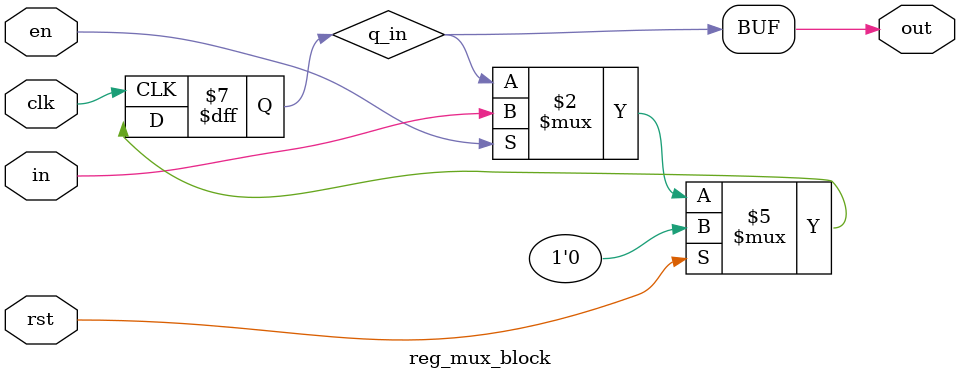
<source format=v>
module reg_mux_block #(parameter BITS = 1, RSTTYPE = "SYNC", SELECTION = 1)(
    input clk, rst, en,
    input [BITS - 1 : 0] in,
    output [BITS - 1 : 0] out
);

    reg [BITS - 1 : 0] q_in;
    generate
        if (RSTTYPE == "ASYNC")
            always @(posedge clk, posedge rst) begin
                if (rst)
                    q_in <= 0;
                else if (en)
                    q_in <= in;
            end
        else if (RSTTYPE == "SYNC")
            always @(posedge clk) begin
                if (rst)
                    q_in <= 0;
                else if (en)
                    q_in <= in;
            end
    endgenerate
    
    assign out = SELECTION ? q_in : in;
endmodule
</source>
